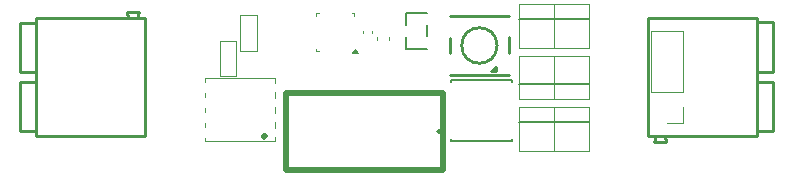
<source format=gbr>
%TF.GenerationSoftware,KiCad,Pcbnew,9.0.2*%
%TF.CreationDate,2025-07-09T21:54:35+02:00*%
%TF.ProjectId,drone_controller,64726f6e-655f-4636-9f6e-74726f6c6c65,rev?*%
%TF.SameCoordinates,Original*%
%TF.FileFunction,Legend,Top*%
%TF.FilePolarity,Positive*%
%FSLAX46Y46*%
G04 Gerber Fmt 4.6, Leading zero omitted, Abs format (unit mm)*
G04 Created by KiCad (PCBNEW 9.0.2) date 2025-07-09 21:54:35*
%MOMM*%
%LPD*%
G01*
G04 APERTURE LIST*
%ADD10C,0.250000*%
%ADD11C,0.100000*%
%ADD12C,0.150000*%
%ADD13C,0.120000*%
%ADD14C,0.500000*%
%ADD15C,0.300000*%
G04 APERTURE END LIST*
D10*
%TO.C,J4*%
X121240000Y-105040000D02*
X121240000Y-109220000D01*
X121240000Y-109220000D02*
X122580000Y-109220000D01*
X121240000Y-110040000D02*
X121240000Y-114220000D01*
X121240000Y-114220000D02*
X122580000Y-114220000D01*
X122580000Y-104600000D02*
X122580000Y-114600000D01*
X122580000Y-105040000D02*
X121240000Y-105040000D01*
X122580000Y-110040000D02*
X121240000Y-110040000D01*
X130260000Y-104140000D02*
X130370000Y-104600000D01*
X131150000Y-104600000D02*
X131280000Y-104140000D01*
X131280000Y-104140000D02*
X130260000Y-104140000D01*
X131780000Y-104600000D02*
X122580000Y-104600000D01*
X131780000Y-104600000D02*
X131780000Y-114600000D01*
X131780000Y-114600000D02*
X122580000Y-114600000D01*
%TO.C,Q3*%
D11*
X141265000Y-107400000D02*
X139865000Y-107400000D01*
X139865000Y-104400000D01*
X141265000Y-104400000D01*
X141265000Y-107400000D01*
D12*
%TO.C,C4*%
X166430000Y-104720000D02*
X163470000Y-104720000D01*
D11*
X166450000Y-103450000D02*
X163450000Y-103450000D01*
X163450000Y-107150000D01*
X166450000Y-107150000D01*
X166450000Y-103450000D01*
D10*
%TO.C,LED1*%
X157600000Y-104450000D02*
X162600000Y-104450000D01*
X157600000Y-106300000D02*
X157600000Y-107600000D01*
X157600000Y-109450000D02*
X162600000Y-109450000D01*
X161100000Y-109150000D02*
X161500000Y-108750000D01*
X161500000Y-108750000D02*
X161500000Y-109150000D01*
X161500000Y-109150000D02*
X161100000Y-109150000D01*
X162600000Y-106250000D02*
X162600000Y-107600000D01*
X161600000Y-106950000D02*
G75*
G02*
X158600000Y-106950000I-1500000J0D01*
G01*
X158600000Y-106950000D02*
G75*
G02*
X161600000Y-106950000I1500000J0D01*
G01*
D12*
%TO.C,C6*%
X169380000Y-104720000D02*
X166420000Y-104720000D01*
D11*
X169400000Y-103450000D02*
X166400000Y-103450000D01*
X166400000Y-107150000D01*
X169400000Y-107150000D01*
X169400000Y-103450000D01*
D13*
%TO.C,J1*%
X174620000Y-110890000D02*
X174620000Y-105700000D01*
X177380000Y-105700000D02*
X174620000Y-105700000D01*
X177380000Y-110890000D02*
X174620000Y-110890000D01*
X177380000Y-110890000D02*
X177380000Y-105700000D01*
X177380000Y-112160000D02*
X177380000Y-113540000D01*
X177380000Y-113540000D02*
X176000000Y-113540000D01*
D12*
%TO.C,BUZZER1*%
X157677500Y-109880000D02*
X162827500Y-109880000D01*
X157677500Y-110070000D02*
X157677500Y-109880000D01*
X157677500Y-114830000D02*
X157677500Y-115030000D01*
X157677500Y-115030000D02*
X162827500Y-115030000D01*
X162827500Y-109880000D02*
X162827500Y-110070000D01*
X162827500Y-115030000D02*
X162827500Y-114830000D01*
D10*
X156807500Y-114230000D02*
G75*
G02*
X156567500Y-114230000I-120000J0D01*
G01*
X156567500Y-114230000D02*
G75*
G02*
X156807500Y-114230000I120000J0D01*
G01*
%TO.C,Q2*%
D11*
X138115000Y-106550000D02*
X139515000Y-106550000D01*
X139515000Y-109550000D01*
X138115000Y-109550000D01*
X138115000Y-106550000D01*
D12*
%TO.C,C7*%
X163470000Y-110230000D02*
X166430000Y-110230000D01*
D11*
X163450000Y-111500000D02*
X166450000Y-111500000D01*
X166450000Y-107800000D01*
X163450000Y-107800000D01*
X163450000Y-111500000D01*
D10*
%TO.C,J3*%
X174420000Y-104620000D02*
X183620000Y-104620000D01*
X174420000Y-114620000D02*
X174420000Y-104620000D01*
X174420000Y-114620000D02*
X183620000Y-114620000D01*
X174920000Y-115080000D02*
X175940000Y-115080000D01*
X175050000Y-114620000D02*
X174920000Y-115080000D01*
X175940000Y-115080000D02*
X175830000Y-114620000D01*
X183620000Y-109180000D02*
X184960000Y-109180000D01*
X183620000Y-114180000D02*
X184960000Y-114180000D01*
X183620000Y-114620000D02*
X183620000Y-104620000D01*
X184960000Y-105000000D02*
X183620000Y-105000000D01*
X184960000Y-109180000D02*
X184960000Y-105000000D01*
X184960000Y-110000000D02*
X183620000Y-110000000D01*
X184960000Y-114180000D02*
X184960000Y-110000000D01*
D12*
%TO.C,C9*%
X166430000Y-113420000D02*
X163470000Y-113420000D01*
D11*
X166450000Y-112150000D02*
X163450000Y-112150000D01*
X163450000Y-115850000D01*
X166450000Y-115850000D01*
X166450000Y-112150000D01*
D13*
%TO.C,C2*%
X151410000Y-106520580D02*
X151410000Y-106239420D01*
X152430000Y-106520580D02*
X152430000Y-106239420D01*
D12*
%TO.C,U4*%
X153870000Y-104160000D02*
X153870000Y-105210000D01*
X153870000Y-107240000D02*
X153870000Y-106190000D01*
X155630000Y-104160000D02*
X153870000Y-104160000D01*
X155630000Y-105240000D02*
X155630000Y-106160000D01*
X155630000Y-107240000D02*
X153870000Y-107240000D01*
%TO.C,SW1*%
D14*
X157000000Y-117475000D02*
X143700000Y-117475000D01*
X143700000Y-110975000D01*
X157000000Y-110975000D01*
X157000000Y-117475000D01*
D13*
%TO.C,U3*%
X146272499Y-104217500D02*
X146272499Y-104427501D01*
X146272499Y-104217500D02*
X146482498Y-104217500D01*
X146272499Y-107457500D02*
X146272499Y-107247501D01*
X146272499Y-107457500D02*
X146482500Y-107457500D01*
X149512499Y-104217500D02*
X149302498Y-104217500D01*
X149512499Y-104217500D02*
X149512499Y-104427499D01*
X149822500Y-107577500D02*
X149342499Y-107577500D01*
X149582499Y-107247500D01*
X149822500Y-107577500D01*
G36*
X149822500Y-107577500D02*
G01*
X149342499Y-107577500D01*
X149582499Y-107247500D01*
X149822500Y-107577500D01*
G37*
%TO.C,C3*%
X150280000Y-105897836D02*
X150280000Y-105682164D01*
X151000000Y-105897836D02*
X151000000Y-105682164D01*
D12*
%TO.C,C5*%
X169380000Y-113420000D02*
X166420000Y-113420000D01*
D11*
X169400000Y-112150000D02*
X166400000Y-112150000D01*
X166400000Y-115850000D01*
X169400000Y-115850000D01*
X169400000Y-112150000D01*
%TO.C,Q1*%
X136885000Y-109740000D02*
X142785000Y-109740000D01*
X136885000Y-110040000D02*
X136885000Y-109740000D01*
X136885000Y-111310000D02*
X136885000Y-110950000D01*
X136885000Y-112580000D02*
X136885000Y-112220000D01*
X136885000Y-113850000D02*
X136885000Y-113490000D01*
X136885000Y-115060000D02*
X136885000Y-114760000D01*
X136885000Y-115060000D02*
X142785000Y-115060000D01*
X142785000Y-110090000D02*
X142785000Y-109740000D01*
X142785000Y-111360000D02*
X142785000Y-110900000D01*
X142785000Y-112630000D02*
X142785000Y-112170000D01*
X142785000Y-113900000D02*
X142785000Y-113440000D01*
X142785000Y-115060000D02*
X142785000Y-114710000D01*
D15*
X142046561Y-114626362D02*
G75*
G02*
X141746561Y-114626362I-150000J0D01*
G01*
X141746561Y-114626362D02*
G75*
G02*
X142046561Y-114626362I150000J0D01*
G01*
D12*
%TO.C,C8*%
X166420000Y-110230000D02*
X169380000Y-110230000D01*
D11*
X166400000Y-111500000D02*
X169400000Y-111500000D01*
X169400000Y-107800000D01*
X166400000Y-107800000D01*
X166400000Y-111500000D01*
%TD*%
M02*

</source>
